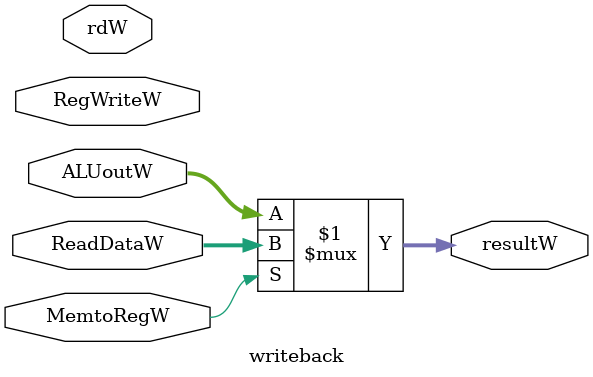
<source format=v>
module writeback( ALUoutW, ReadDataW, rdW, MemtoRegW, RegWriteW,resultW);

input RegWriteW, MemtoRegW;
input [31:0] ALUoutW, ReadDataW;
input [4:0] rdW;

output [31:0] resultW;

assign resultW = (MemtoRegW) ? ReadDataW : ALUoutW ;

endmodule
</source>
